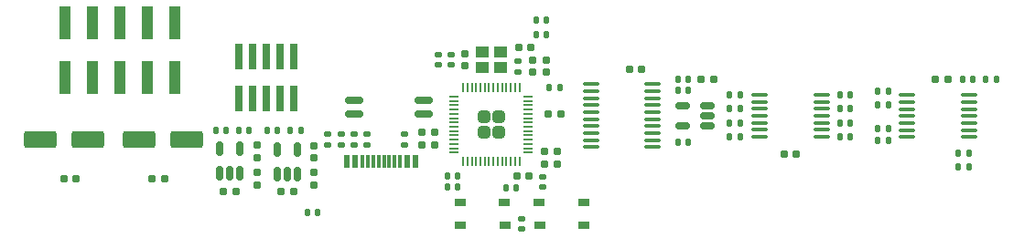
<source format=gbr>
%TF.GenerationSoftware,KiCad,Pcbnew,(6.0.2)*%
%TF.CreationDate,2022-03-16T17:45:16-04:00*%
%TF.ProjectId,cv_sequencer,63765f73-6571-4756-956e-6365722e6b69,0.1*%
%TF.SameCoordinates,Original*%
%TF.FileFunction,Paste,Bot*%
%TF.FilePolarity,Positive*%
%FSLAX46Y46*%
G04 Gerber Fmt 4.6, Leading zero omitted, Abs format (unit mm)*
G04 Created by KiCad (PCBNEW (6.0.2)) date 2022-03-16 17:45:16*
%MOMM*%
%LPD*%
G01*
G04 APERTURE LIST*
G04 Aperture macros list*
%AMRoundRect*
0 Rectangle with rounded corners*
0 $1 Rounding radius*
0 $2 $3 $4 $5 $6 $7 $8 $9 X,Y pos of 4 corners*
0 Add a 4 corners polygon primitive as box body*
4,1,4,$2,$3,$4,$5,$6,$7,$8,$9,$2,$3,0*
0 Add four circle primitives for the rounded corners*
1,1,$1+$1,$2,$3*
1,1,$1+$1,$4,$5*
1,1,$1+$1,$6,$7*
1,1,$1+$1,$8,$9*
0 Add four rect primitives between the rounded corners*
20,1,$1+$1,$2,$3,$4,$5,0*
20,1,$1+$1,$4,$5,$6,$7,0*
20,1,$1+$1,$6,$7,$8,$9,0*
20,1,$1+$1,$8,$9,$2,$3,0*%
G04 Aperture macros list end*
%ADD10RoundRect,0.250000X1.250000X0.550000X-1.250000X0.550000X-1.250000X-0.550000X1.250000X-0.550000X0*%
%ADD11R,0.304800X1.143000*%
%ADD12R,0.609600X1.143000*%
%ADD13RoundRect,0.155000X0.212500X0.155000X-0.212500X0.155000X-0.212500X-0.155000X0.212500X-0.155000X0*%
%ADD14RoundRect,0.147500X-0.147500X-0.172500X0.147500X-0.172500X0.147500X0.172500X-0.147500X0.172500X0*%
%ADD15RoundRect,0.147500X0.147500X0.172500X-0.147500X0.172500X-0.147500X-0.172500X0.147500X-0.172500X0*%
%ADD16RoundRect,0.147500X0.172500X-0.147500X0.172500X0.147500X-0.172500X0.147500X-0.172500X-0.147500X0*%
%ADD17RoundRect,0.155000X-0.212500X-0.155000X0.212500X-0.155000X0.212500X0.155000X-0.212500X0.155000X0*%
%ADD18RoundRect,0.155000X-0.155000X0.212500X-0.155000X-0.212500X0.155000X-0.212500X0.155000X0.212500X0*%
%ADD19RoundRect,0.155000X0.155000X-0.212500X0.155000X0.212500X-0.155000X0.212500X-0.155000X-0.212500X0*%
%ADD20RoundRect,0.150000X0.150000X-0.512500X0.150000X0.512500X-0.150000X0.512500X-0.150000X-0.512500X0*%
%ADD21R,1.000000X3.150000*%
%ADD22R,1.050000X0.650000*%
%ADD23RoundRect,0.100000X-0.637500X-0.100000X0.637500X-0.100000X0.637500X0.100000X-0.637500X0.100000X0*%
%ADD24RoundRect,0.147500X-0.172500X0.147500X-0.172500X-0.147500X0.172500X-0.147500X0.172500X0.147500X0*%
%ADD25RoundRect,0.100000X0.637500X0.100000X-0.637500X0.100000X-0.637500X-0.100000X0.637500X-0.100000X0*%
%ADD26RoundRect,0.050000X-0.050000X-0.387500X0.050000X-0.387500X0.050000X0.387500X-0.050000X0.387500X0*%
%ADD27RoundRect,0.050000X-0.387500X-0.050000X0.387500X-0.050000X0.387500X0.050000X-0.387500X0.050000X0*%
%ADD28RoundRect,0.250000X-0.315000X-0.315000X0.315000X-0.315000X0.315000X0.315000X-0.315000X0.315000X0*%
%ADD29RoundRect,0.150000X0.512500X0.150000X-0.512500X0.150000X-0.512500X-0.150000X0.512500X-0.150000X0*%
%ADD30RoundRect,0.150000X-0.662500X-0.150000X0.662500X-0.150000X0.662500X0.150000X-0.662500X0.150000X0*%
%ADD31R,0.740000X2.400000*%
%ADD32R,1.150000X1.000000*%
G04 APERTURE END LIST*
D10*
%TO.C,C21*%
X112944000Y-77927200D03*
X108544000Y-77927200D03*
%TD*%
D11*
%TO.C,J4*%
X141805541Y-79952261D03*
X140805540Y-79952261D03*
X139305541Y-79952261D03*
X138305540Y-79952261D03*
D12*
X137655600Y-79952261D03*
X136855601Y-79952261D03*
D11*
X138805600Y-79952261D03*
X139805600Y-79952261D03*
X140305600Y-79952261D03*
X141305600Y-79952261D03*
D12*
X142455600Y-79952261D03*
X143255601Y-79952261D03*
%TD*%
D13*
%TO.C,C22*%
X170798300Y-72288400D03*
X169663300Y-72288400D03*
%TD*%
%TO.C,C3*%
X163008500Y-71424800D03*
X164143500Y-71424800D03*
%TD*%
D14*
%TO.C,R38*%
X168480600Y-73355200D03*
X167510600Y-73355200D03*
%TD*%
D15*
%TO.C,R37*%
X168480600Y-78130400D03*
X167510600Y-78130400D03*
%TD*%
D14*
%TO.C,R36*%
X168480600Y-72288400D03*
X167510600Y-72288400D03*
%TD*%
D16*
%TO.C,U11*%
X153060400Y-86235400D03*
X153060400Y-85265400D03*
%TD*%
D14*
%TO.C,U10*%
X133220600Y-84683600D03*
X134190600Y-84683600D03*
%TD*%
D16*
%TO.C,R35*%
X154990800Y-81353800D03*
X154990800Y-82323800D03*
%TD*%
%TO.C,R34*%
X135128000Y-77442200D03*
X135128000Y-78412200D03*
%TD*%
D13*
%TO.C,C2*%
X156320300Y-80162400D03*
X155185300Y-80162400D03*
%TD*%
D17*
%TO.C,C16*%
X126597100Y-82774400D03*
X125462100Y-82774400D03*
%TD*%
D14*
%TO.C,R16*%
X186971800Y-73456800D03*
X186001800Y-73456800D03*
%TD*%
D18*
%TO.C,C14*%
X128620400Y-79582700D03*
X128620400Y-78447700D03*
%TD*%
D17*
%TO.C,C17*%
X131931100Y-82774400D03*
X130796100Y-82774400D03*
%TD*%
D19*
%TO.C,C10*%
X155295600Y-70552500D03*
X155295600Y-71687500D03*
%TD*%
D20*
%TO.C,U3*%
X132313599Y-81117900D03*
X131363599Y-81117900D03*
X130413599Y-81117900D03*
X130413599Y-78842900D03*
X132313599Y-78842900D03*
%TD*%
D14*
%TO.C,R19*%
X186971800Y-78028800D03*
X186001800Y-78028800D03*
%TD*%
%TO.C,R6*%
X147144600Y-81280000D03*
X146174600Y-81280000D03*
%TD*%
%TO.C,R22*%
X194795000Y-72288400D03*
X193825000Y-72288400D03*
%TD*%
D18*
%TO.C,C4*%
X154025600Y-71687500D03*
X154025600Y-70552500D03*
%TD*%
D14*
%TO.C,R21*%
X194416400Y-79197200D03*
X193446400Y-79197200D03*
%TD*%
D13*
%TO.C,C24*%
X191354900Y-72288400D03*
X192489900Y-72288400D03*
%TD*%
D15*
%TO.C,R10*%
X129512200Y-77084800D03*
X130482200Y-77084800D03*
%TD*%
%TO.C,R9*%
X131645800Y-77084800D03*
X132615800Y-77084800D03*
%TD*%
D21*
%TO.C,J3*%
X120958600Y-72121000D03*
X120958600Y-67071000D03*
X118418600Y-72121000D03*
X118418600Y-67071000D03*
X115878600Y-72121000D03*
X115878600Y-67071000D03*
X113338600Y-72121000D03*
X113338600Y-67071000D03*
X110798600Y-72121000D03*
X110798600Y-67071000D03*
%TD*%
D22*
%TO.C,SW2*%
X151483000Y-85911009D03*
X147333000Y-85911009D03*
X151458000Y-83761009D03*
X147333000Y-83761009D03*
%TD*%
D23*
%TO.C,U7*%
X175051420Y-77652680D03*
X175051420Y-77002680D03*
X175051420Y-76352680D03*
X175051420Y-75702680D03*
X175051420Y-75052680D03*
X175051420Y-74402680D03*
X175051420Y-73752680D03*
X180776420Y-73752680D03*
X180776420Y-74402680D03*
X180776420Y-75052680D03*
X180776420Y-75702680D03*
X180776420Y-76352680D03*
X180776420Y-77002680D03*
X180776420Y-77652680D03*
%TD*%
D14*
%TO.C,R18*%
X196979400Y-72288400D03*
X196009400Y-72288400D03*
%TD*%
D24*
%TO.C,R31*%
X137566400Y-78412200D03*
X137566400Y-77442200D03*
%TD*%
D15*
%TO.C,R11*%
X126870600Y-77084800D03*
X127840600Y-77084800D03*
%TD*%
D14*
%TO.C,R28*%
X173268120Y-73772280D03*
X172298120Y-73772280D03*
%TD*%
D16*
%TO.C,R13*%
X142189200Y-77442200D03*
X142189200Y-78412200D03*
%TD*%
D17*
%TO.C,C12*%
X152594500Y-81330800D03*
X153729500Y-81330800D03*
%TD*%
D15*
%TO.C,R24*%
X172298120Y-75059213D03*
X173268120Y-75059213D03*
%TD*%
D13*
%TO.C,C8*%
X152797700Y-69342000D03*
X153932700Y-69342000D03*
%TD*%
%TO.C,C1*%
X155185300Y-78994000D03*
X156320300Y-78994000D03*
%TD*%
D14*
%TO.C,R8*%
X156593400Y-73101200D03*
X155623400Y-73101200D03*
%TD*%
D25*
%TO.C,U6*%
X165168500Y-72767000D03*
X165168500Y-73417000D03*
X165168500Y-74067000D03*
X165168500Y-74717000D03*
X165168500Y-75367000D03*
X165168500Y-76017000D03*
X165168500Y-76667000D03*
X165168500Y-77317000D03*
X165168500Y-77967000D03*
X165168500Y-78617000D03*
X159443500Y-78617000D03*
X159443500Y-77967000D03*
X159443500Y-77317000D03*
X159443500Y-76667000D03*
X159443500Y-76017000D03*
X159443500Y-75367000D03*
X159443500Y-74717000D03*
X159443500Y-74067000D03*
X159443500Y-73417000D03*
X159443500Y-72767000D03*
%TD*%
D20*
%TO.C,U4*%
X126979600Y-81067100D03*
X126029600Y-81067100D03*
X125079600Y-81067100D03*
X125079600Y-78792100D03*
X126979600Y-78792100D03*
%TD*%
D19*
%TO.C,C15*%
X128620401Y-80987700D03*
X128620401Y-82122700D03*
%TD*%
D10*
%TO.C,C20*%
X122088000Y-77927200D03*
X117688000Y-77927200D03*
%TD*%
D26*
%TO.C,U2*%
X147641000Y-79967700D03*
X148041000Y-79967700D03*
X148441000Y-79967700D03*
X148841000Y-79967700D03*
X149241000Y-79967700D03*
X149641000Y-79967700D03*
X150041000Y-79967700D03*
X150441000Y-79967700D03*
X150841000Y-79967700D03*
X151241000Y-79967700D03*
X151641000Y-79967700D03*
X152041000Y-79967700D03*
X152441000Y-79967700D03*
X152841000Y-79967700D03*
D27*
X153678500Y-79130200D03*
X153678500Y-78730200D03*
X153678500Y-78330200D03*
X153678500Y-77930200D03*
X153678500Y-77530200D03*
X153678500Y-77130200D03*
X153678500Y-76730200D03*
X153678500Y-76330200D03*
X153678500Y-75930200D03*
X153678500Y-75530200D03*
X153678500Y-75130200D03*
X153678500Y-74730200D03*
X153678500Y-74330200D03*
X153678500Y-73930200D03*
D26*
X152841000Y-73092700D03*
X152441000Y-73092700D03*
X152041000Y-73092700D03*
X151641000Y-73092700D03*
X151241000Y-73092700D03*
X150841000Y-73092700D03*
X150441000Y-73092700D03*
X150041000Y-73092700D03*
X149641000Y-73092700D03*
X149241000Y-73092700D03*
X148841000Y-73092700D03*
X148441000Y-73092700D03*
X148041000Y-73092700D03*
X147641000Y-73092700D03*
D27*
X146803500Y-73930200D03*
X146803500Y-74330200D03*
X146803500Y-74730200D03*
X146803500Y-75130200D03*
X146803500Y-75530200D03*
X146803500Y-75930200D03*
X146803500Y-76330200D03*
X146803500Y-76730200D03*
X146803500Y-77130200D03*
X146803500Y-77530200D03*
X146803500Y-77930200D03*
X146803500Y-78330200D03*
X146803500Y-78730200D03*
X146803500Y-79130200D03*
D28*
X149541000Y-77230200D03*
X149541000Y-75830200D03*
X150941000Y-75830200D03*
X150941000Y-77230200D03*
%TD*%
D17*
%TO.C,C18*%
X119998300Y-81584800D03*
X118863300Y-81584800D03*
%TD*%
D29*
%TO.C,U5*%
X170250700Y-74742000D03*
X170250700Y-75692000D03*
X170250700Y-76642000D03*
X167975700Y-76642000D03*
X167975700Y-74742000D03*
%TD*%
D18*
%TO.C,C13*%
X133852800Y-79633500D03*
X133852800Y-78498500D03*
%TD*%
D15*
%TO.C,R3*%
X154404200Y-68173600D03*
X155374200Y-68173600D03*
%TD*%
D16*
%TO.C,R14*%
X138734800Y-77442200D03*
X138734800Y-78412200D03*
%TD*%
D15*
%TO.C,R17*%
X193446400Y-80467200D03*
X194416400Y-80467200D03*
%TD*%
%TO.C,R2*%
X154404200Y-66802000D03*
X155374200Y-66802000D03*
%TD*%
%TO.C,R29*%
X182508920Y-73772280D03*
X183478920Y-73772280D03*
%TD*%
D19*
%TO.C,C11*%
X133852800Y-80987700D03*
X133852800Y-82122700D03*
%TD*%
D15*
%TO.C,R27*%
X172298120Y-77633080D03*
X173268120Y-77633080D03*
%TD*%
D13*
%TO.C,C23*%
X177346420Y-79256475D03*
X178481420Y-79256475D03*
%TD*%
D30*
%TO.C,U9*%
X137584500Y-75565000D03*
X137584500Y-74295000D03*
X143959500Y-74295000D03*
X143959500Y-75565000D03*
%TD*%
D15*
%TO.C,R25*%
X182508920Y-75059213D03*
X183478920Y-75059213D03*
%TD*%
%TO.C,R12*%
X124737000Y-77084800D03*
X125707000Y-77084800D03*
%TD*%
D31*
%TO.C,J2*%
X126898400Y-70186000D03*
X126898400Y-74086000D03*
X128168400Y-70186000D03*
X128168400Y-74086000D03*
X129438400Y-70186000D03*
X129438400Y-74086000D03*
X130708400Y-70186000D03*
X130708400Y-74086000D03*
X131978400Y-70186000D03*
X131978400Y-74086000D03*
%TD*%
D17*
%TO.C,C9*%
X144991900Y-78384400D03*
X143856900Y-78384400D03*
%TD*%
D22*
%TO.C,SW1*%
X154693800Y-83760991D03*
X158843800Y-83760991D03*
X154718800Y-85910991D03*
X158843800Y-85910991D03*
%TD*%
D14*
%TO.C,R30*%
X183478920Y-77683880D03*
X182508920Y-77683880D03*
%TD*%
D24*
%TO.C,R32*%
X145338800Y-70995400D03*
X145338800Y-70025400D03*
%TD*%
%TO.C,R4*%
X152689921Y-71611783D03*
X152689921Y-70641783D03*
%TD*%
D14*
%TO.C,R7*%
X147144600Y-82346800D03*
X146174600Y-82346800D03*
%TD*%
D24*
%TO.C,R33*%
X136398000Y-78412200D03*
X136398000Y-77442200D03*
%TD*%
D17*
%TO.C,C7*%
X144991900Y-77266800D03*
X143856900Y-77266800D03*
%TD*%
D14*
%TO.C,R23*%
X172298120Y-76363080D03*
X173268120Y-76363080D03*
%TD*%
D15*
%TO.C,R26*%
X182508920Y-76413880D03*
X183478920Y-76413880D03*
%TD*%
D13*
%TO.C,C5*%
X155540900Y-75539600D03*
X156675900Y-75539600D03*
%TD*%
D14*
%TO.C,R15*%
X186971800Y-76860400D03*
X186001800Y-76860400D03*
%TD*%
%TO.C,R5*%
X152580200Y-82397600D03*
X151610200Y-82397600D03*
%TD*%
D23*
%TO.C,U8*%
X188729700Y-77692800D03*
X188729700Y-77042800D03*
X188729700Y-76392800D03*
X188729700Y-75742800D03*
X188729700Y-75092800D03*
X188729700Y-74442800D03*
X188729700Y-73792800D03*
X194454700Y-73792800D03*
X194454700Y-74442800D03*
X194454700Y-75092800D03*
X194454700Y-75742800D03*
X194454700Y-76392800D03*
X194454700Y-77042800D03*
X194454700Y-77692800D03*
%TD*%
D32*
%TO.C,Y1*%
X149391400Y-69810400D03*
X151141400Y-69810400D03*
X151141400Y-71210400D03*
X149391400Y-71210400D03*
%TD*%
D19*
%TO.C,C6*%
X147777200Y-69942900D03*
X147777200Y-71077900D03*
%TD*%
D24*
%TO.C,R1*%
X146558000Y-70995400D03*
X146558000Y-70025400D03*
%TD*%
D14*
%TO.C,R20*%
X186971800Y-74676000D03*
X186001800Y-74676000D03*
%TD*%
D17*
%TO.C,C19*%
X111819500Y-81584800D03*
X110684500Y-81584800D03*
%TD*%
M02*

</source>
